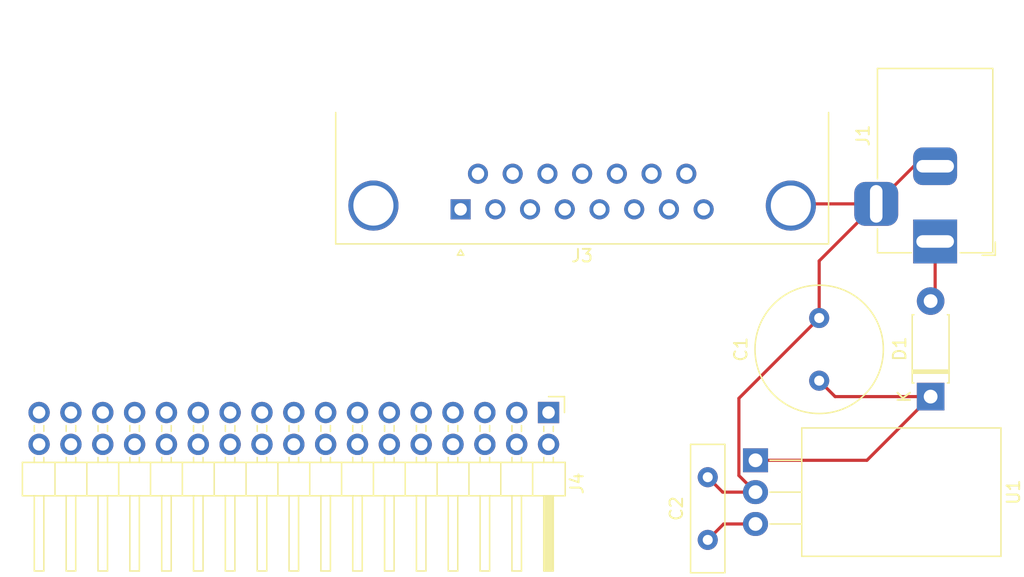
<source format=kicad_pcb>
(kicad_pcb (version 20171130) (host pcbnew "(5.1.6-0)")

  (general
    (thickness 1.6)
    (drawings 0)
    (tracks 19)
    (zones 0)
    (modules 7)
    (nets 25)
  )

  (page A4)
  (layers
    (0 F.Cu signal)
    (31 B.Cu signal)
    (32 B.Adhes user)
    (33 F.Adhes user)
    (34 B.Paste user)
    (35 F.Paste user)
    (36 B.SilkS user)
    (37 F.SilkS user)
    (38 B.Mask user)
    (39 F.Mask user)
    (40 Dwgs.User user)
    (41 Cmts.User user)
    (42 Eco1.User user)
    (43 Eco2.User user)
    (44 Edge.Cuts user)
    (45 Margin user)
    (46 B.CrtYd user)
    (47 F.CrtYd user)
    (48 B.Fab user)
    (49 F.Fab user)
  )

  (setup
    (last_trace_width 0.25)
    (trace_clearance 0.2)
    (zone_clearance 0.508)
    (zone_45_only no)
    (trace_min 0.2)
    (via_size 0.8)
    (via_drill 0.4)
    (via_min_size 0.4)
    (via_min_drill 0.3)
    (uvia_size 0.3)
    (uvia_drill 0.1)
    (uvias_allowed no)
    (uvia_min_size 0.2)
    (uvia_min_drill 0.1)
    (edge_width 0.05)
    (segment_width 0.2)
    (pcb_text_width 0.3)
    (pcb_text_size 1.5 1.5)
    (mod_edge_width 0.12)
    (mod_text_size 1 1)
    (mod_text_width 0.15)
    (pad_size 3.5 3.5)
    (pad_drill 3)
    (pad_to_mask_clearance 0.05)
    (aux_axis_origin 0 0)
    (visible_elements FFFFFF7F)
    (pcbplotparams
      (layerselection 0x010fc_ffffffff)
      (usegerberextensions false)
      (usegerberattributes true)
      (usegerberadvancedattributes true)
      (creategerberjobfile true)
      (excludeedgelayer true)
      (linewidth 0.100000)
      (plotframeref false)
      (viasonmask false)
      (mode 1)
      (useauxorigin false)
      (hpglpennumber 1)
      (hpglpenspeed 20)
      (hpglpendiameter 15.000000)
      (psnegative false)
      (psa4output false)
      (plotreference true)
      (plotvalue true)
      (plotinvisibletext false)
      (padsonsilk false)
      (subtractmaskfromsilk false)
      (outputformat 1)
      (mirror false)
      (drillshape 1)
      (scaleselection 1)
      (outputdirectory ""))
  )

  (net 0 "")
  (net 1 GND)
  (net 2 +12V)
  (net 3 +5V)
  (net 4 "Net-(D1-Pad2)")
  (net 5 "Net-(J3-Pad15)")
  (net 6 "Net-(J3-Pad14)")
  (net 7 "Net-(J3-Pad13)")
  (net 8 "Net-(J3-Pad12)")
  (net 9 "Net-(J3-Pad11)")
  (net 10 "Net-(J3-Pad10)")
  (net 11 "Net-(J3-Pad9)")
  (net 12 "Net-(J3-Pad8)")
  (net 13 "Net-(J3-Pad6)")
  (net 14 "Net-(J3-Pad5)")
  (net 15 "Net-(J3-Pad4)")
  (net 16 "Net-(J3-Pad2)")
  (net 17 "Net-(J3-Pad1)")
  (net 18 "Net-(J4-Pad34)")
  (net 19 "Net-(J4-Pad14)")
  (net 20 "Net-(J4-Pad12)")
  (net 21 "Net-(J4-Pad6)")
  (net 22 "Net-(J4-Pad4)")
  (net 23 "Net-(J4-Pad2)")
  (net 24 "Net-(J4-Pad1)")

  (net_class Default "This is the default net class."
    (clearance 0.2)
    (trace_width 0.25)
    (via_dia 0.8)
    (via_drill 0.4)
    (uvia_dia 0.3)
    (uvia_drill 0.1)
    (add_net +12V)
    (add_net +5V)
    (add_net GND)
    (add_net "Net-(D1-Pad2)")
    (add_net "Net-(J3-Pad1)")
    (add_net "Net-(J3-Pad10)")
    (add_net "Net-(J3-Pad11)")
    (add_net "Net-(J3-Pad12)")
    (add_net "Net-(J3-Pad13)")
    (add_net "Net-(J3-Pad14)")
    (add_net "Net-(J3-Pad15)")
    (add_net "Net-(J3-Pad2)")
    (add_net "Net-(J3-Pad4)")
    (add_net "Net-(J3-Pad5)")
    (add_net "Net-(J3-Pad6)")
    (add_net "Net-(J3-Pad8)")
    (add_net "Net-(J3-Pad9)")
    (add_net "Net-(J4-Pad1)")
    (add_net "Net-(J4-Pad12)")
    (add_net "Net-(J4-Pad14)")
    (add_net "Net-(J4-Pad2)")
    (add_net "Net-(J4-Pad34)")
    (add_net "Net-(J4-Pad4)")
    (add_net "Net-(J4-Pad6)")
  )

  (module Package_TO_SOT_THT:TO-220-3_Horizontal_TabDown (layer F.Cu) (tedit 5AC8BA0D) (tstamp 5FC47A26)
    (at 196.85 114.3 270)
    (descr "TO-220-3, Horizontal, RM 2.54mm, see https://www.vishay.com/docs/66542/to-220-1.pdf")
    (tags "TO-220-3 Horizontal RM 2.54mm")
    (path /5FC363E4)
    (fp_text reference U1 (at 2.54 -20.58 90) (layer F.SilkS)
      (effects (font (size 1 1) (thickness 0.15)))
    )
    (fp_text value L7805 (at 2.54 2 90) (layer F.Fab)
      (effects (font (size 1 1) (thickness 0.15)))
    )
    (fp_text user %R (at 2.54 -20.58 90) (layer F.Fab)
      (effects (font (size 1 1) (thickness 0.15)))
    )
    (fp_circle (center 2.54 -16.66) (end 4.39 -16.66) (layer F.Fab) (width 0.1))
    (fp_line (start -2.46 -13.06) (end -2.46 -19.46) (layer F.Fab) (width 0.1))
    (fp_line (start -2.46 -19.46) (end 7.54 -19.46) (layer F.Fab) (width 0.1))
    (fp_line (start 7.54 -19.46) (end 7.54 -13.06) (layer F.Fab) (width 0.1))
    (fp_line (start 7.54 -13.06) (end -2.46 -13.06) (layer F.Fab) (width 0.1))
    (fp_line (start -2.46 -3.81) (end -2.46 -13.06) (layer F.Fab) (width 0.1))
    (fp_line (start -2.46 -13.06) (end 7.54 -13.06) (layer F.Fab) (width 0.1))
    (fp_line (start 7.54 -13.06) (end 7.54 -3.81) (layer F.Fab) (width 0.1))
    (fp_line (start 7.54 -3.81) (end -2.46 -3.81) (layer F.Fab) (width 0.1))
    (fp_line (start 0 -3.81) (end 0 0) (layer F.Fab) (width 0.1))
    (fp_line (start 2.54 -3.81) (end 2.54 0) (layer F.Fab) (width 0.1))
    (fp_line (start 5.08 -3.81) (end 5.08 0) (layer F.Fab) (width 0.1))
    (fp_line (start -2.58 -3.69) (end 7.66 -3.69) (layer F.SilkS) (width 0.12))
    (fp_line (start -2.58 -19.58) (end 7.66 -19.58) (layer F.SilkS) (width 0.12))
    (fp_line (start -2.58 -19.58) (end -2.58 -3.69) (layer F.SilkS) (width 0.12))
    (fp_line (start 7.66 -19.58) (end 7.66 -3.69) (layer F.SilkS) (width 0.12))
    (fp_line (start 0 -3.69) (end 0 -1.15) (layer F.SilkS) (width 0.12))
    (fp_line (start 2.54 -3.69) (end 2.54 -1.15) (layer F.SilkS) (width 0.12))
    (fp_line (start 5.08 -3.69) (end 5.08 -1.15) (layer F.SilkS) (width 0.12))
    (fp_line (start -2.71 -19.71) (end -2.71 1.25) (layer F.CrtYd) (width 0.05))
    (fp_line (start -2.71 1.25) (end 7.79 1.25) (layer F.CrtYd) (width 0.05))
    (fp_line (start 7.79 1.25) (end 7.79 -19.71) (layer F.CrtYd) (width 0.05))
    (fp_line (start 7.79 -19.71) (end -2.71 -19.71) (layer F.CrtYd) (width 0.05))
    (pad 3 thru_hole oval (at 5.08 0 270) (size 1.905 2) (drill 1.1) (layers *.Cu *.Mask)
      (net 3 +5V))
    (pad 2 thru_hole oval (at 2.54 0 270) (size 1.905 2) (drill 1.1) (layers *.Cu *.Mask)
      (net 1 GND))
    (pad 1 thru_hole rect (at 0 0 270) (size 1.905 2) (drill 1.1) (layers *.Cu *.Mask)
      (net 2 +12V))
    (pad "" np_thru_hole oval (at 2.54 -16.66 270) (size 3.5 3.5) (drill 3.5) (layers *.Cu *.Mask))
    (model ${KISYS3DMOD}/Package_TO_SOT_THT.3dshapes/TO-220-3_Horizontal_TabDown.wrl
      (at (xyz 0 0 0))
      (scale (xyz 1 1 1))
      (rotate (xyz 0 0 0))
    )
  )

  (module Connector_PinHeader_2.54mm:PinHeader_2x17_P2.54mm_Horizontal (layer F.Cu) (tedit 59FED5CB) (tstamp 5FC47A06)
    (at 180.34 110.49 270)
    (descr "Through hole angled pin header, 2x17, 2.54mm pitch, 6mm pin length, double rows")
    (tags "Through hole angled pin header THT 2x17 2.54mm double row")
    (path /5FC468F3)
    (fp_text reference J4 (at 5.655 -2.27 90) (layer F.SilkS)
      (effects (font (size 1 1) (thickness 0.15)))
    )
    (fp_text value FLOPPY (at 5.655 42.91 90) (layer F.Fab)
      (effects (font (size 1 1) (thickness 0.15)))
    )
    (fp_text user %R (at 5.31 20.32) (layer F.Fab)
      (effects (font (size 1 1) (thickness 0.15)))
    )
    (fp_line (start 4.675 -1.27) (end 6.58 -1.27) (layer F.Fab) (width 0.1))
    (fp_line (start 6.58 -1.27) (end 6.58 41.91) (layer F.Fab) (width 0.1))
    (fp_line (start 6.58 41.91) (end 4.04 41.91) (layer F.Fab) (width 0.1))
    (fp_line (start 4.04 41.91) (end 4.04 -0.635) (layer F.Fab) (width 0.1))
    (fp_line (start 4.04 -0.635) (end 4.675 -1.27) (layer F.Fab) (width 0.1))
    (fp_line (start -0.32 -0.32) (end 4.04 -0.32) (layer F.Fab) (width 0.1))
    (fp_line (start -0.32 -0.32) (end -0.32 0.32) (layer F.Fab) (width 0.1))
    (fp_line (start -0.32 0.32) (end 4.04 0.32) (layer F.Fab) (width 0.1))
    (fp_line (start 6.58 -0.32) (end 12.58 -0.32) (layer F.Fab) (width 0.1))
    (fp_line (start 12.58 -0.32) (end 12.58 0.32) (layer F.Fab) (width 0.1))
    (fp_line (start 6.58 0.32) (end 12.58 0.32) (layer F.Fab) (width 0.1))
    (fp_line (start -0.32 2.22) (end 4.04 2.22) (layer F.Fab) (width 0.1))
    (fp_line (start -0.32 2.22) (end -0.32 2.86) (layer F.Fab) (width 0.1))
    (fp_line (start -0.32 2.86) (end 4.04 2.86) (layer F.Fab) (width 0.1))
    (fp_line (start 6.58 2.22) (end 12.58 2.22) (layer F.Fab) (width 0.1))
    (fp_line (start 12.58 2.22) (end 12.58 2.86) (layer F.Fab) (width 0.1))
    (fp_line (start 6.58 2.86) (end 12.58 2.86) (layer F.Fab) (width 0.1))
    (fp_line (start -0.32 4.76) (end 4.04 4.76) (layer F.Fab) (width 0.1))
    (fp_line (start -0.32 4.76) (end -0.32 5.4) (layer F.Fab) (width 0.1))
    (fp_line (start -0.32 5.4) (end 4.04 5.4) (layer F.Fab) (width 0.1))
    (fp_line (start 6.58 4.76) (end 12.58 4.76) (layer F.Fab) (width 0.1))
    (fp_line (start 12.58 4.76) (end 12.58 5.4) (layer F.Fab) (width 0.1))
    (fp_line (start 6.58 5.4) (end 12.58 5.4) (layer F.Fab) (width 0.1))
    (fp_line (start -0.32 7.3) (end 4.04 7.3) (layer F.Fab) (width 0.1))
    (fp_line (start -0.32 7.3) (end -0.32 7.94) (layer F.Fab) (width 0.1))
    (fp_line (start -0.32 7.94) (end 4.04 7.94) (layer F.Fab) (width 0.1))
    (fp_line (start 6.58 7.3) (end 12.58 7.3) (layer F.Fab) (width 0.1))
    (fp_line (start 12.58 7.3) (end 12.58 7.94) (layer F.Fab) (width 0.1))
    (fp_line (start 6.58 7.94) (end 12.58 7.94) (layer F.Fab) (width 0.1))
    (fp_line (start -0.32 9.84) (end 4.04 9.84) (layer F.Fab) (width 0.1))
    (fp_line (start -0.32 9.84) (end -0.32 10.48) (layer F.Fab) (width 0.1))
    (fp_line (start -0.32 10.48) (end 4.04 10.48) (layer F.Fab) (width 0.1))
    (fp_line (start 6.58 9.84) (end 12.58 9.84) (layer F.Fab) (width 0.1))
    (fp_line (start 12.58 9.84) (end 12.58 10.48) (layer F.Fab) (width 0.1))
    (fp_line (start 6.58 10.48) (end 12.58 10.48) (layer F.Fab) (width 0.1))
    (fp_line (start -0.32 12.38) (end 4.04 12.38) (layer F.Fab) (width 0.1))
    (fp_line (start -0.32 12.38) (end -0.32 13.02) (layer F.Fab) (width 0.1))
    (fp_line (start -0.32 13.02) (end 4.04 13.02) (layer F.Fab) (width 0.1))
    (fp_line (start 6.58 12.38) (end 12.58 12.38) (layer F.Fab) (width 0.1))
    (fp_line (start 12.58 12.38) (end 12.58 13.02) (layer F.Fab) (width 0.1))
    (fp_line (start 6.58 13.02) (end 12.58 13.02) (layer F.Fab) (width 0.1))
    (fp_line (start -0.32 14.92) (end 4.04 14.92) (layer F.Fab) (width 0.1))
    (fp_line (start -0.32 14.92) (end -0.32 15.56) (layer F.Fab) (width 0.1))
    (fp_line (start -0.32 15.56) (end 4.04 15.56) (layer F.Fab) (width 0.1))
    (fp_line (start 6.58 14.92) (end 12.58 14.92) (layer F.Fab) (width 0.1))
    (fp_line (start 12.58 14.92) (end 12.58 15.56) (layer F.Fab) (width 0.1))
    (fp_line (start 6.58 15.56) (end 12.58 15.56) (layer F.Fab) (width 0.1))
    (fp_line (start -0.32 17.46) (end 4.04 17.46) (layer F.Fab) (width 0.1))
    (fp_line (start -0.32 17.46) (end -0.32 18.1) (layer F.Fab) (width 0.1))
    (fp_line (start -0.32 18.1) (end 4.04 18.1) (layer F.Fab) (width 0.1))
    (fp_line (start 6.58 17.46) (end 12.58 17.46) (layer F.Fab) (width 0.1))
    (fp_line (start 12.58 17.46) (end 12.58 18.1) (layer F.Fab) (width 0.1))
    (fp_line (start 6.58 18.1) (end 12.58 18.1) (layer F.Fab) (width 0.1))
    (fp_line (start -0.32 20) (end 4.04 20) (layer F.Fab) (width 0.1))
    (fp_line (start -0.32 20) (end -0.32 20.64) (layer F.Fab) (width 0.1))
    (fp_line (start -0.32 20.64) (end 4.04 20.64) (layer F.Fab) (width 0.1))
    (fp_line (start 6.58 20) (end 12.58 20) (layer F.Fab) (width 0.1))
    (fp_line (start 12.58 20) (end 12.58 20.64) (layer F.Fab) (width 0.1))
    (fp_line (start 6.58 20.64) (end 12.58 20.64) (layer F.Fab) (width 0.1))
    (fp_line (start -0.32 22.54) (end 4.04 22.54) (layer F.Fab) (width 0.1))
    (fp_line (start -0.32 22.54) (end -0.32 23.18) (layer F.Fab) (width 0.1))
    (fp_line (start -0.32 23.18) (end 4.04 23.18) (layer F.Fab) (width 0.1))
    (fp_line (start 6.58 22.54) (end 12.58 22.54) (layer F.Fab) (width 0.1))
    (fp_line (start 12.58 22.54) (end 12.58 23.18) (layer F.Fab) (width 0.1))
    (fp_line (start 6.58 23.18) (end 12.58 23.18) (layer F.Fab) (width 0.1))
    (fp_line (start -0.32 25.08) (end 4.04 25.08) (layer F.Fab) (width 0.1))
    (fp_line (start -0.32 25.08) (end -0.32 25.72) (layer F.Fab) (width 0.1))
    (fp_line (start -0.32 25.72) (end 4.04 25.72) (layer F.Fab) (width 0.1))
    (fp_line (start 6.58 25.08) (end 12.58 25.08) (layer F.Fab) (width 0.1))
    (fp_line (start 12.58 25.08) (end 12.58 25.72) (layer F.Fab) (width 0.1))
    (fp_line (start 6.58 25.72) (end 12.58 25.72) (layer F.Fab) (width 0.1))
    (fp_line (start -0.32 27.62) (end 4.04 27.62) (layer F.Fab) (width 0.1))
    (fp_line (start -0.32 27.62) (end -0.32 28.26) (layer F.Fab) (width 0.1))
    (fp_line (start -0.32 28.26) (end 4.04 28.26) (layer F.Fab) (width 0.1))
    (fp_line (start 6.58 27.62) (end 12.58 27.62) (layer F.Fab) (width 0.1))
    (fp_line (start 12.58 27.62) (end 12.58 28.26) (layer F.Fab) (width 0.1))
    (fp_line (start 6.58 28.26) (end 12.58 28.26) (layer F.Fab) (width 0.1))
    (fp_line (start -0.32 30.16) (end 4.04 30.16) (layer F.Fab) (width 0.1))
    (fp_line (start -0.32 30.16) (end -0.32 30.8) (layer F.Fab) (width 0.1))
    (fp_line (start -0.32 30.8) (end 4.04 30.8) (layer F.Fab) (width 0.1))
    (fp_line (start 6.58 30.16) (end 12.58 30.16) (layer F.Fab) (width 0.1))
    (fp_line (start 12.58 30.16) (end 12.58 30.8) (layer F.Fab) (width 0.1))
    (fp_line (start 6.58 30.8) (end 12.58 30.8) (layer F.Fab) (width 0.1))
    (fp_line (start -0.32 32.7) (end 4.04 32.7) (layer F.Fab) (width 0.1))
    (fp_line (start -0.32 32.7) (end -0.32 33.34) (layer F.Fab) (width 0.1))
    (fp_line (start -0.32 33.34) (end 4.04 33.34) (layer F.Fab) (width 0.1))
    (fp_line (start 6.58 32.7) (end 12.58 32.7) (layer F.Fab) (width 0.1))
    (fp_line (start 12.58 32.7) (end 12.58 33.34) (layer F.Fab) (width 0.1))
    (fp_line (start 6.58 33.34) (end 12.58 33.34) (layer F.Fab) (width 0.1))
    (fp_line (start -0.32 35.24) (end 4.04 35.24) (layer F.Fab) (width 0.1))
    (fp_line (start -0.32 35.24) (end -0.32 35.88) (layer F.Fab) (width 0.1))
    (fp_line (start -0.32 35.88) (end 4.04 35.88) (layer F.Fab) (width 0.1))
    (fp_line (start 6.58 35.24) (end 12.58 35.24) (layer F.Fab) (width 0.1))
    (fp_line (start 12.58 35.24) (end 12.58 35.88) (layer F.Fab) (width 0.1))
    (fp_line (start 6.58 35.88) (end 12.58 35.88) (layer F.Fab) (width 0.1))
    (fp_line (start -0.32 37.78) (end 4.04 37.78) (layer F.Fab) (width 0.1))
    (fp_line (start -0.32 37.78) (end -0.32 38.42) (layer F.Fab) (width 0.1))
    (fp_line (start -0.32 38.42) (end 4.04 38.42) (layer F.Fab) (width 0.1))
    (fp_line (start 6.58 37.78) (end 12.58 37.78) (layer F.Fab) (width 0.1))
    (fp_line (start 12.58 37.78) (end 12.58 38.42) (layer F.Fab) (width 0.1))
    (fp_line (start 6.58 38.42) (end 12.58 38.42) (layer F.Fab) (width 0.1))
    (fp_line (start -0.32 40.32) (end 4.04 40.32) (layer F.Fab) (width 0.1))
    (fp_line (start -0.32 40.32) (end -0.32 40.96) (layer F.Fab) (width 0.1))
    (fp_line (start -0.32 40.96) (end 4.04 40.96) (layer F.Fab) (width 0.1))
    (fp_line (start 6.58 40.32) (end 12.58 40.32) (layer F.Fab) (width 0.1))
    (fp_line (start 12.58 40.32) (end 12.58 40.96) (layer F.Fab) (width 0.1))
    (fp_line (start 6.58 40.96) (end 12.58 40.96) (layer F.Fab) (width 0.1))
    (fp_line (start 3.98 -1.33) (end 3.98 41.97) (layer F.SilkS) (width 0.12))
    (fp_line (start 3.98 41.97) (end 6.64 41.97) (layer F.SilkS) (width 0.12))
    (fp_line (start 6.64 41.97) (end 6.64 -1.33) (layer F.SilkS) (width 0.12))
    (fp_line (start 6.64 -1.33) (end 3.98 -1.33) (layer F.SilkS) (width 0.12))
    (fp_line (start 6.64 -0.38) (end 12.64 -0.38) (layer F.SilkS) (width 0.12))
    (fp_line (start 12.64 -0.38) (end 12.64 0.38) (layer F.SilkS) (width 0.12))
    (fp_line (start 12.64 0.38) (end 6.64 0.38) (layer F.SilkS) (width 0.12))
    (fp_line (start 6.64 -0.32) (end 12.64 -0.32) (layer F.SilkS) (width 0.12))
    (fp_line (start 6.64 -0.2) (end 12.64 -0.2) (layer F.SilkS) (width 0.12))
    (fp_line (start 6.64 -0.08) (end 12.64 -0.08) (layer F.SilkS) (width 0.12))
    (fp_line (start 6.64 0.04) (end 12.64 0.04) (layer F.SilkS) (width 0.12))
    (fp_line (start 6.64 0.16) (end 12.64 0.16) (layer F.SilkS) (width 0.12))
    (fp_line (start 6.64 0.28) (end 12.64 0.28) (layer F.SilkS) (width 0.12))
    (fp_line (start 3.582929 -0.38) (end 3.98 -0.38) (layer F.SilkS) (width 0.12))
    (fp_line (start 3.582929 0.38) (end 3.98 0.38) (layer F.SilkS) (width 0.12))
    (fp_line (start 1.11 -0.38) (end 1.497071 -0.38) (layer F.SilkS) (width 0.12))
    (fp_line (start 1.11 0.38) (end 1.497071 0.38) (layer F.SilkS) (width 0.12))
    (fp_line (start 3.98 1.27) (end 6.64 1.27) (layer F.SilkS) (width 0.12))
    (fp_line (start 6.64 2.16) (end 12.64 2.16) (layer F.SilkS) (width 0.12))
    (fp_line (start 12.64 2.16) (end 12.64 2.92) (layer F.SilkS) (width 0.12))
    (fp_line (start 12.64 2.92) (end 6.64 2.92) (layer F.SilkS) (width 0.12))
    (fp_line (start 3.582929 2.16) (end 3.98 2.16) (layer F.SilkS) (width 0.12))
    (fp_line (start 3.582929 2.92) (end 3.98 2.92) (layer F.SilkS) (width 0.12))
    (fp_line (start 1.042929 2.16) (end 1.497071 2.16) (layer F.SilkS) (width 0.12))
    (fp_line (start 1.042929 2.92) (end 1.497071 2.92) (layer F.SilkS) (width 0.12))
    (fp_line (start 3.98 3.81) (end 6.64 3.81) (layer F.SilkS) (width 0.12))
    (fp_line (start 6.64 4.7) (end 12.64 4.7) (layer F.SilkS) (width 0.12))
    (fp_line (start 12.64 4.7) (end 12.64 5.46) (layer F.SilkS) (width 0.12))
    (fp_line (start 12.64 5.46) (end 6.64 5.46) (layer F.SilkS) (width 0.12))
    (fp_line (start 3.582929 4.7) (end 3.98 4.7) (layer F.SilkS) (width 0.12))
    (fp_line (start 3.582929 5.46) (end 3.98 5.46) (layer F.SilkS) (width 0.12))
    (fp_line (start 1.042929 4.7) (end 1.497071 4.7) (layer F.SilkS) (width 0.12))
    (fp_line (start 1.042929 5.46) (end 1.497071 5.46) (layer F.SilkS) (width 0.12))
    (fp_line (start 3.98 6.35) (end 6.64 6.35) (layer F.SilkS) (width 0.12))
    (fp_line (start 6.64 7.24) (end 12.64 7.24) (layer F.SilkS) (width 0.12))
    (fp_line (start 12.64 7.24) (end 12.64 8) (layer F.SilkS) (width 0.12))
    (fp_line (start 12.64 8) (end 6.64 8) (layer F.SilkS) (width 0.12))
    (fp_line (start 3.582929 7.24) (end 3.98 7.24) (layer F.SilkS) (width 0.12))
    (fp_line (start 3.582929 8) (end 3.98 8) (layer F.SilkS) (width 0.12))
    (fp_line (start 1.042929 7.24) (end 1.497071 7.24) (layer F.SilkS) (width 0.12))
    (fp_line (start 1.042929 8) (end 1.497071 8) (layer F.SilkS) (width 0.12))
    (fp_line (start 3.98 8.89) (end 6.64 8.89) (layer F.SilkS) (width 0.12))
    (fp_line (start 6.64 9.78) (end 12.64 9.78) (layer F.SilkS) (width 0.12))
    (fp_line (start 12.64 9.78) (end 12.64 10.54) (layer F.SilkS) (width 0.12))
    (fp_line (start 12.64 10.54) (end 6.64 10.54) (layer F.SilkS) (width 0.12))
    (fp_line (start 3.582929 9.78) (end 3.98 9.78) (layer F.SilkS) (width 0.12))
    (fp_line (start 3.582929 10.54) (end 3.98 10.54) (layer F.SilkS) (width 0.12))
    (fp_line (start 1.042929 9.78) (end 1.497071 9.78) (layer F.SilkS) (width 0.12))
    (fp_line (start 1.042929 10.54) (end 1.497071 10.54) (layer F.SilkS) (width 0.12))
    (fp_line (start 3.98 11.43) (end 6.64 11.43) (layer F.SilkS) (width 0.12))
    (fp_line (start 6.64 12.32) (end 12.64 12.32) (layer F.SilkS) (width 0.12))
    (fp_line (start 12.64 12.32) (end 12.64 13.08) (layer F.SilkS) (width 0.12))
    (fp_line (start 12.64 13.08) (end 6.64 13.08) (layer F.SilkS) (width 0.12))
    (fp_line (start 3.582929 12.32) (end 3.98 12.32) (layer F.SilkS) (width 0.12))
    (fp_line (start 3.582929 13.08) (end 3.98 13.08) (layer F.SilkS) (width 0.12))
    (fp_line (start 1.042929 12.32) (end 1.497071 12.32) (layer F.SilkS) (width 0.12))
    (fp_line (start 1.042929 13.08) (end 1.497071 13.08) (layer F.SilkS) (width 0.12))
    (fp_line (start 3.98 13.97) (end 6.64 13.97) (layer F.SilkS) (width 0.12))
    (fp_line (start 6.64 14.86) (end 12.64 14.86) (layer F.SilkS) (width 0.12))
    (fp_line (start 12.64 14.86) (end 12.64 15.62) (layer F.SilkS) (width 0.12))
    (fp_line (start 12.64 15.62) (end 6.64 15.62) (layer F.SilkS) (width 0.12))
    (fp_line (start 3.582929 14.86) (end 3.98 14.86) (layer F.SilkS) (width 0.12))
    (fp_line (start 3.582929 15.62) (end 3.98 15.62) (layer F.SilkS) (width 0.12))
    (fp_line (start 1.042929 14.86) (end 1.497071 14.86) (layer F.SilkS) (width 0.12))
    (fp_line (start 1.042929 15.62) (end 1.497071 15.62) (layer F.SilkS) (width 0.12))
    (fp_line (start 3.98 16.51) (end 6.64 16.51) (layer F.SilkS) (width 0.12))
    (fp_line (start 6.64 17.4) (end 12.64 17.4) (layer F.SilkS) (width 0.12))
    (fp_line (start 12.64 17.4) (end 12.64 18.16) (layer F.SilkS) (width 0.12))
    (fp_line (start 12.64 18.16) (end 6.64 18.16) (layer F.SilkS) (width 0.12))
    (fp_line (start 3.582929 17.4) (end 3.98 17.4) (layer F.SilkS) (width 0.12))
    (fp_line (start 3.582929 18.16) (end 3.98 18.16) (layer F.SilkS) (width 0.12))
    (fp_line (start 1.042929 17.4) (end 1.497071 17.4) (layer F.SilkS) (width 0.12))
    (fp_line (start 1.042929 18.16) (end 1.497071 18.16) (layer F.SilkS) (width 0.12))
    (fp_line (start 3.98 19.05) (end 6.64 19.05) (layer F.SilkS) (width 0.12))
    (fp_line (start 6.64 19.94) (end 12.64 19.94) (layer F.SilkS) (width 0.12))
    (fp_line (start 12.64 19.94) (end 12.64 20.7) (layer F.SilkS) (width 0.12))
    (fp_line (start 12.64 20.7) (end 6.64 20.7) (layer F.SilkS) (width 0.12))
    (fp_line (start 3.582929 19.94) (end 3.98 19.94) (layer F.SilkS) (width 0.12))
    (fp_line (start 3.582929 20.7) (end 3.98 20.7) (layer F.SilkS) (width 0.12))
    (fp_line (start 1.042929 19.94) (end 1.497071 19.94) (layer F.SilkS) (width 0.12))
    (fp_line (start 1.042929 20.7) (end 1.497071 20.7) (layer F.SilkS) (width 0.12))
    (fp_line (start 3.98 21.59) (end 6.64 21.59) (layer F.SilkS) (width 0.12))
    (fp_line (start 6.64 22.48) (end 12.64 22.48) (layer F.SilkS) (width 0.12))
    (fp_line (start 12.64 22.48) (end 12.64 23.24) (layer F.SilkS) (width 0.12))
    (fp_line (start 12.64 23.24) (end 6.64 23.24) (layer F.SilkS) (width 0.12))
    (fp_line (start 3.582929 22.48) (end 3.98 22.48) (layer F.SilkS) (width 0.12))
    (fp_line (start 3.582929 23.24) (end 3.98 23.24) (layer F.SilkS) (width 0.12))
    (fp_line (start 1.042929 22.48) (end 1.497071 22.48) (layer F.SilkS) (width 0.12))
    (fp_line (start 1.042929 23.24) (end 1.497071 23.24) (layer F.SilkS) (width 0.12))
    (fp_line (start 3.98 24.13) (end 6.64 24.13) (layer F.SilkS) (width 0.12))
    (fp_line (start 6.64 25.02) (end 12.64 25.02) (layer F.SilkS) (width 0.12))
    (fp_line (start 12.64 25.02) (end 12.64 25.78) (layer F.SilkS) (width 0.12))
    (fp_line (start 12.64 25.78) (end 6.64 25.78) (layer F.SilkS) (width 0.12))
    (fp_line (start 3.582929 25.02) (end 3.98 25.02) (layer F.SilkS) (width 0.12))
    (fp_line (start 3.582929 25.78) (end 3.98 25.78) (layer F.SilkS) (width 0.12))
    (fp_line (start 1.042929 25.02) (end 1.497071 25.02) (layer F.SilkS) (width 0.12))
    (fp_line (start 1.042929 25.78) (end 1.497071 25.78) (layer F.SilkS) (width 0.12))
    (fp_line (start 3.98 26.67) (end 6.64 26.67) (layer F.SilkS) (width 0.12))
    (fp_line (start 6.64 27.56) (end 12.64 27.56) (layer F.SilkS) (width 0.12))
    (fp_line (start 12.64 27.56) (end 12.64 28.32) (layer F.SilkS) (width 0.12))
    (fp_line (start 12.64 28.32) (end 6.64 28.32) (layer F.SilkS) (width 0.12))
    (fp_line (start 3.582929 27.56) (end 3.98 27.56) (layer F.SilkS) (width 0.12))
    (fp_line (start 3.582929 28.32) (end 3.98 28.32) (layer F.SilkS) (width 0.12))
    (fp_line (start 1.042929 27.56) (end 1.497071 27.56) (layer F.SilkS) (width 0.12))
    (fp_line (start 1.042929 28.32) (end 1.497071 28.32) (layer F.SilkS) (width 0.12))
    (fp_line (start 3.98 29.21) (end 6.64 29.21) (layer F.SilkS) (width 0.12))
    (fp_line (start 6.64 30.1) (end 12.64 30.1) (layer F.SilkS) (width 0.12))
    (fp_line (start 12.64 30.1) (end 12.64 30.86) (layer F.SilkS) (width 0.12))
    (fp_line (start 12.64 30.86) (end 6.64 30.86) (layer F.SilkS) (width 0.12))
    (fp_line (start 3.582929 30.1) (end 3.98 30.1) (layer F.SilkS) (width 0.12))
    (fp_line (start 3.582929 30.86) (end 3.98 30.86) (layer F.SilkS) (width 0.12))
    (fp_line (start 1.042929 30.1) (end 1.497071 30.1) (layer F.SilkS) (width 0.12))
    (fp_line (start 1.042929 30.86) (end 1.497071 30.86) (layer F.SilkS) (width 0.12))
    (fp_line (start 3.98 31.75) (end 6.64 31.75) (layer F.SilkS) (width 0.12))
    (fp_line (start 6.64 32.64) (end 12.64 32.64) (layer F.SilkS) (width 0.12))
    (fp_line (start 12.64 32.64) (end 12.64 33.4) (layer F.SilkS) (width 0.12))
    (fp_line (start 12.64 33.4) (end 6.64 33.4) (layer F.SilkS) (width 0.12))
    (fp_line (start 3.582929 32.64) (end 3.98 32.64) (layer F.SilkS) (width 0.12))
    (fp_line (start 3.582929 33.4) (end 3.98 33.4) (layer F.SilkS) (width 0.12))
    (fp_line (start 1.042929 32.64) (end 1.497071 32.64) (layer F.SilkS) (width 0.12))
    (fp_line (start 1.042929 33.4) (end 1.497071 33.4) (layer F.SilkS) (width 0.12))
    (fp_line (start 3.98 34.29) (end 6.64 34.29) (layer F.SilkS) (width 0.12))
    (fp_line (start 6.64 35.18) (end 12.64 35.18) (layer F.SilkS) (width 0.12))
    (fp_line (start 12.64 35.18) (end 12.64 35.94) (layer F.SilkS) (width 0.12))
    (fp_line (start 12.64 35.94) (end 6.64 35.94) (layer F.SilkS) (width 0.12))
    (fp_line (start 3.582929 35.18) (end 3.98 35.18) (layer F.SilkS) (width 0.12))
    (fp_line (start 3.582929 35.94) (end 3.98 35.94) (layer F.SilkS) (width 0.12))
    (fp_line (start 1.042929 35.18) (end 1.497071 35.18) (layer F.SilkS) (width 0.12))
    (fp_line (start 1.042929 35.94) (end 1.497071 35.94) (layer F.SilkS) (width 0.12))
    (fp_line (start 3.98 36.83) (end 6.64 36.83) (layer F.SilkS) (width 0.12))
    (fp_line (start 6.64 37.72) (end 12.64 37.72) (layer F.SilkS) (width 0.12))
    (fp_line (start 12.64 37.72) (end 12.64 38.48) (layer F.SilkS) (width 0.12))
    (fp_line (start 12.64 38.48) (end 6.64 38.48) (layer F.SilkS) (width 0.12))
    (fp_line (start 3.582929 37.72) (end 3.98 37.72) (layer F.SilkS) (width 0.12))
    (fp_line (start 3.582929 38.48) (end 3.98 38.48) (layer F.SilkS) (width 0.12))
    (fp_line (start 1.042929 37.72) (end 1.497071 37.72) (layer F.SilkS) (width 0.12))
    (fp_line (start 1.042929 38.48) (end 1.497071 38.48) (layer F.SilkS) (width 0.12))
    (fp_line (start 3.98 39.37) (end 6.64 39.37) (layer F.SilkS) (width 0.12))
    (fp_line (start 6.64 40.26) (end 12.64 40.26) (layer F.SilkS) (width 0.12))
    (fp_line (start 12.64 40.26) (end 12.64 41.02) (layer F.SilkS) (width 0.12))
    (fp_line (start 12.64 41.02) (end 6.64 41.02) (layer F.SilkS) (width 0.12))
    (fp_line (start 3.582929 40.26) (end 3.98 40.26) (layer F.SilkS) (width 0.12))
    (fp_line (start 3.582929 41.02) (end 3.98 41.02) (layer F.SilkS) (width 0.12))
    (fp_line (start 1.042929 40.26) (end 1.497071 40.26) (layer F.SilkS) (width 0.12))
    (fp_line (start 1.042929 41.02) (end 1.497071 41.02) (layer F.SilkS) (width 0.12))
    (fp_line (start -1.27 0) (end -1.27 -1.27) (layer F.SilkS) (width 0.12))
    (fp_line (start -1.27 -1.27) (end 0 -1.27) (layer F.SilkS) (width 0.12))
    (fp_line (start -1.8 -1.8) (end -1.8 42.45) (layer F.CrtYd) (width 0.05))
    (fp_line (start -1.8 42.45) (end 13.1 42.45) (layer F.CrtYd) (width 0.05))
    (fp_line (start 13.1 42.45) (end 13.1 -1.8) (layer F.CrtYd) (width 0.05))
    (fp_line (start 13.1 -1.8) (end -1.8 -1.8) (layer F.CrtYd) (width 0.05))
    (pad 34 thru_hole oval (at 2.54 40.64 270) (size 1.7 1.7) (drill 1) (layers *.Cu *.Mask)
      (net 18 "Net-(J4-Pad34)"))
    (pad 33 thru_hole oval (at 0 40.64 270) (size 1.7 1.7) (drill 1) (layers *.Cu *.Mask)
      (net 1 GND))
    (pad 32 thru_hole oval (at 2.54 38.1 270) (size 1.7 1.7) (drill 1) (layers *.Cu *.Mask)
      (net 16 "Net-(J3-Pad2)"))
    (pad 31 thru_hole oval (at 0 38.1 270) (size 1.7 1.7) (drill 1) (layers *.Cu *.Mask)
      (net 1 GND))
    (pad 30 thru_hole oval (at 2.54 35.56 270) (size 1.7 1.7) (drill 1) (layers *.Cu *.Mask)
      (net 17 "Net-(J3-Pad1)"))
    (pad 29 thru_hole oval (at 0 35.56 270) (size 1.7 1.7) (drill 1) (layers *.Cu *.Mask)
      (net 1 GND))
    (pad 28 thru_hole oval (at 2.54 33.02 270) (size 1.7 1.7) (drill 1) (layers *.Cu *.Mask)
      (net 6 "Net-(J3-Pad14)"))
    (pad 27 thru_hole oval (at 0 33.02 270) (size 1.7 1.7) (drill 1) (layers *.Cu *.Mask)
      (net 1 GND))
    (pad 26 thru_hole oval (at 2.54 30.48 270) (size 1.7 1.7) (drill 1) (layers *.Cu *.Mask)
      (net 7 "Net-(J3-Pad13)"))
    (pad 25 thru_hole oval (at 0 30.48 270) (size 1.7 1.7) (drill 1) (layers *.Cu *.Mask)
      (net 1 GND))
    (pad 24 thru_hole oval (at 2.54 27.94 270) (size 1.7 1.7) (drill 1) (layers *.Cu *.Mask)
      (net 8 "Net-(J3-Pad12)"))
    (pad 23 thru_hole oval (at 0 27.94 270) (size 1.7 1.7) (drill 1) (layers *.Cu *.Mask)
      (net 1 GND))
    (pad 22 thru_hole oval (at 2.54 25.4 270) (size 1.7 1.7) (drill 1) (layers *.Cu *.Mask)
      (net 9 "Net-(J3-Pad11)"))
    (pad 21 thru_hole oval (at 0 25.4 270) (size 1.7 1.7) (drill 1) (layers *.Cu *.Mask)
      (net 1 GND))
    (pad 20 thru_hole oval (at 2.54 22.86 270) (size 1.7 1.7) (drill 1) (layers *.Cu *.Mask)
      (net 10 "Net-(J3-Pad10)"))
    (pad 19 thru_hole oval (at 0 22.86 270) (size 1.7 1.7) (drill 1) (layers *.Cu *.Mask)
      (net 1 GND))
    (pad 18 thru_hole oval (at 2.54 20.32 270) (size 1.7 1.7) (drill 1) (layers *.Cu *.Mask)
      (net 11 "Net-(J3-Pad9)"))
    (pad 17 thru_hole oval (at 0 20.32 270) (size 1.7 1.7) (drill 1) (layers *.Cu *.Mask)
      (net 1 GND))
    (pad 16 thru_hole oval (at 2.54 17.78 270) (size 1.7 1.7) (drill 1) (layers *.Cu *.Mask)
      (net 12 "Net-(J3-Pad8)"))
    (pad 15 thru_hole oval (at 0 17.78 270) (size 1.7 1.7) (drill 1) (layers *.Cu *.Mask)
      (net 1 GND))
    (pad 14 thru_hole oval (at 2.54 15.24 270) (size 1.7 1.7) (drill 1) (layers *.Cu *.Mask)
      (net 19 "Net-(J4-Pad14)"))
    (pad 13 thru_hole oval (at 0 15.24 270) (size 1.7 1.7) (drill 1) (layers *.Cu *.Mask)
      (net 1 GND))
    (pad 12 thru_hole oval (at 2.54 12.7 270) (size 1.7 1.7) (drill 1) (layers *.Cu *.Mask)
      (net 20 "Net-(J4-Pad12)"))
    (pad 11 thru_hole oval (at 0 12.7 270) (size 1.7 1.7) (drill 1) (layers *.Cu *.Mask)
      (net 1 GND))
    (pad 10 thru_hole oval (at 2.54 10.16 270) (size 1.7 1.7) (drill 1) (layers *.Cu *.Mask)
      (net 14 "Net-(J3-Pad5)"))
    (pad 9 thru_hole oval (at 0 10.16 270) (size 1.7 1.7) (drill 1) (layers *.Cu *.Mask)
      (net 1 GND))
    (pad 8 thru_hole oval (at 2.54 7.62 270) (size 1.7 1.7) (drill 1) (layers *.Cu *.Mask)
      (net 15 "Net-(J3-Pad4)"))
    (pad 7 thru_hole oval (at 0 7.62 270) (size 1.7 1.7) (drill 1) (layers *.Cu *.Mask)
      (net 1 GND))
    (pad 6 thru_hole oval (at 2.54 5.08 270) (size 1.7 1.7) (drill 1) (layers *.Cu *.Mask)
      (net 21 "Net-(J4-Pad6)"))
    (pad 5 thru_hole oval (at 0 5.08 270) (size 1.7 1.7) (drill 1) (layers *.Cu *.Mask)
      (net 1 GND))
    (pad 4 thru_hole oval (at 2.54 2.54 270) (size 1.7 1.7) (drill 1) (layers *.Cu *.Mask)
      (net 22 "Net-(J4-Pad4)"))
    (pad 3 thru_hole oval (at 0 2.54 270) (size 1.7 1.7) (drill 1) (layers *.Cu *.Mask)
      (net 1 GND))
    (pad 2 thru_hole oval (at 2.54 0 270) (size 1.7 1.7) (drill 1) (layers *.Cu *.Mask)
      (net 23 "Net-(J4-Pad2)"))
    (pad 1 thru_hole rect (at 0 0 270) (size 1.7 1.7) (drill 1) (layers *.Cu *.Mask)
      (net 24 "Net-(J4-Pad1)"))
    (model ${KISYS3DMOD}/Connector_PinHeader_2.54mm.3dshapes/PinHeader_2x17_P2.54mm_Horizontal.wrl
      (at (xyz 0 0 0))
      (scale (xyz 1 1 1))
      (rotate (xyz 0 0 0))
    )
  )

  (module Connector_Dsub:DSUB-15_Female_Horizontal_P2.77x2.84mm_EdgePinOffset4.94mm_Housed_MountingHolesOffset7.48mm (layer F.Cu) (tedit 59FEDEE2) (tstamp 5FC48681)
    (at 173.325 94.28 180)
    (descr "15-pin D-Sub connector, horizontal/angled (90 deg), THT-mount, female, pitch 2.77x2.84mm, pin-PCB-offset 4.9399999999999995mm, distance of mounting holes 33.3mm, distance of mounting holes to PCB edge 7.4799999999999995mm, see https://disti-assets.s3.amazonaws.com/tonar/files/datasheets/16730.pdf")
    (tags "15-pin D-Sub connector horizontal angled 90deg THT female pitch 2.77x2.84mm pin-PCB-offset 4.9399999999999995mm mounting-holes-distance 33.3mm mounting-hole-offset 33.3mm")
    (path /5FC416BA)
    (fp_text reference J3 (at -9.695 -3.7) (layer F.SilkS)
      (effects (font (size 1 1) (thickness 0.15)))
    )
    (fp_text value DATA_IN (at -9.695 15.85) (layer F.Fab)
      (effects (font (size 1 1) (thickness 0.15)))
    )
    (fp_text user %R (at -9.695 11.265) (layer F.Fab)
      (effects (font (size 1 1) (thickness 0.15)))
    )
    (fp_arc (start 6.955 0.3) (end 5.355 0.3) (angle 180) (layer F.Fab) (width 0.1))
    (fp_arc (start -26.345 0.3) (end -27.945 0.3) (angle 180) (layer F.Fab) (width 0.1))
    (fp_line (start -29.295 -2.7) (end -29.295 7.78) (layer F.Fab) (width 0.1))
    (fp_line (start -29.295 7.78) (end 9.905 7.78) (layer F.Fab) (width 0.1))
    (fp_line (start 9.905 7.78) (end 9.905 -2.7) (layer F.Fab) (width 0.1))
    (fp_line (start 9.905 -2.7) (end -29.295 -2.7) (layer F.Fab) (width 0.1))
    (fp_line (start -29.295 7.78) (end -29.295 8.18) (layer F.Fab) (width 0.1))
    (fp_line (start -29.295 8.18) (end 9.905 8.18) (layer F.Fab) (width 0.1))
    (fp_line (start 9.905 8.18) (end 9.905 7.78) (layer F.Fab) (width 0.1))
    (fp_line (start 9.905 7.78) (end -29.295 7.78) (layer F.Fab) (width 0.1))
    (fp_line (start -21.995 8.18) (end -21.995 14.35) (layer F.Fab) (width 0.1))
    (fp_line (start -21.995 14.35) (end 2.605 14.35) (layer F.Fab) (width 0.1))
    (fp_line (start 2.605 14.35) (end 2.605 8.18) (layer F.Fab) (width 0.1))
    (fp_line (start 2.605 8.18) (end -21.995 8.18) (layer F.Fab) (width 0.1))
    (fp_line (start -28.845 8.18) (end -28.845 13.18) (layer F.Fab) (width 0.1))
    (fp_line (start -28.845 13.18) (end -23.845 13.18) (layer F.Fab) (width 0.1))
    (fp_line (start -23.845 13.18) (end -23.845 8.18) (layer F.Fab) (width 0.1))
    (fp_line (start -23.845 8.18) (end -28.845 8.18) (layer F.Fab) (width 0.1))
    (fp_line (start 4.455 8.18) (end 4.455 13.18) (layer F.Fab) (width 0.1))
    (fp_line (start 4.455 13.18) (end 9.455 13.18) (layer F.Fab) (width 0.1))
    (fp_line (start 9.455 13.18) (end 9.455 8.18) (layer F.Fab) (width 0.1))
    (fp_line (start 9.455 8.18) (end 4.455 8.18) (layer F.Fab) (width 0.1))
    (fp_line (start -27.945 7.78) (end -27.945 0.3) (layer F.Fab) (width 0.1))
    (fp_line (start -24.745 7.78) (end -24.745 0.3) (layer F.Fab) (width 0.1))
    (fp_line (start 5.355 7.78) (end 5.355 0.3) (layer F.Fab) (width 0.1))
    (fp_line (start 8.555 7.78) (end 8.555 0.3) (layer F.Fab) (width 0.1))
    (fp_line (start -29.355 7.72) (end -29.355 -2.76) (layer F.SilkS) (width 0.12))
    (fp_line (start -29.355 -2.76) (end 9.965 -2.76) (layer F.SilkS) (width 0.12))
    (fp_line (start 9.965 -2.76) (end 9.965 7.72) (layer F.SilkS) (width 0.12))
    (fp_line (start -0.25 -3.654338) (end 0.25 -3.654338) (layer F.SilkS) (width 0.12))
    (fp_line (start 0.25 -3.654338) (end 0 -3.221325) (layer F.SilkS) (width 0.12))
    (fp_line (start 0 -3.221325) (end -0.25 -3.654338) (layer F.SilkS) (width 0.12))
    (fp_line (start -29.8 -3.25) (end -29.8 14.85) (layer F.CrtYd) (width 0.05))
    (fp_line (start -29.8 14.85) (end 10.45 14.85) (layer F.CrtYd) (width 0.05))
    (fp_line (start 10.45 14.85) (end 10.45 -3.25) (layer F.CrtYd) (width 0.05))
    (fp_line (start 10.45 -3.25) (end -29.8 -3.25) (layer F.CrtYd) (width 0.05))
    (pad 0 thru_hole circle (at 6.955 0.3 180) (size 4 4) (drill 3.2) (layers *.Cu *.Mask)
      (net 1 GND))
    (pad 0 thru_hole circle (at -26.345 0.3 180) (size 4 4) (drill 3.2) (layers *.Cu *.Mask)
      (net 1 GND))
    (pad 15 thru_hole circle (at -18.005 2.84 180) (size 1.6 1.6) (drill 1) (layers *.Cu *.Mask)
      (net 5 "Net-(J3-Pad15)"))
    (pad 14 thru_hole circle (at -15.235 2.84 180) (size 1.6 1.6) (drill 1) (layers *.Cu *.Mask)
      (net 6 "Net-(J3-Pad14)"))
    (pad 13 thru_hole circle (at -12.465 2.84 180) (size 1.6 1.6) (drill 1) (layers *.Cu *.Mask)
      (net 7 "Net-(J3-Pad13)"))
    (pad 12 thru_hole circle (at -9.695 2.84 180) (size 1.6 1.6) (drill 1) (layers *.Cu *.Mask)
      (net 8 "Net-(J3-Pad12)"))
    (pad 11 thru_hole circle (at -6.925 2.84 180) (size 1.6 1.6) (drill 1) (layers *.Cu *.Mask)
      (net 9 "Net-(J3-Pad11)"))
    (pad 10 thru_hole circle (at -4.155 2.84 180) (size 1.6 1.6) (drill 1) (layers *.Cu *.Mask)
      (net 10 "Net-(J3-Pad10)"))
    (pad 9 thru_hole circle (at -1.385 2.84 180) (size 1.6 1.6) (drill 1) (layers *.Cu *.Mask)
      (net 11 "Net-(J3-Pad9)"))
    (pad 8 thru_hole circle (at -19.39 0 180) (size 1.6 1.6) (drill 1) (layers *.Cu *.Mask)
      (net 12 "Net-(J3-Pad8)"))
    (pad 7 thru_hole circle (at -16.62 0 180) (size 1.6 1.6) (drill 1) (layers *.Cu *.Mask)
      (net 1 GND))
    (pad 6 thru_hole circle (at -13.85 0 180) (size 1.6 1.6) (drill 1) (layers *.Cu *.Mask)
      (net 13 "Net-(J3-Pad6)"))
    (pad 5 thru_hole circle (at -11.08 0 180) (size 1.6 1.6) (drill 1) (layers *.Cu *.Mask)
      (net 14 "Net-(J3-Pad5)"))
    (pad 4 thru_hole circle (at -8.31 0 180) (size 1.6 1.6) (drill 1) (layers *.Cu *.Mask)
      (net 15 "Net-(J3-Pad4)"))
    (pad 3 thru_hole circle (at -5.54 0 180) (size 1.6 1.6) (drill 1) (layers *.Cu *.Mask)
      (net 1 GND))
    (pad 2 thru_hole circle (at -2.77 0 180) (size 1.6 1.6) (drill 1) (layers *.Cu *.Mask)
      (net 16 "Net-(J3-Pad2)"))
    (pad 1 thru_hole rect (at 0 0 180) (size 1.6 1.6) (drill 1) (layers *.Cu *.Mask)
      (net 17 "Net-(J3-Pad1)"))
    (model ${KISYS3DMOD}/Connector_Dsub.3dshapes/DSUB-15_Female_Horizontal_P2.77x2.84mm_EdgePinOffset4.94mm_Housed_MountingHolesOffset7.48mm.wrl
      (at (xyz 0 0 0))
      (scale (xyz 1 1 1))
      (rotate (xyz 0 0 0))
    )
  )

  (module Connector_BarrelJack:BarrelJack_Horizontal (layer F.Cu) (tedit 5FC3FEB9) (tstamp 5FC478A3)
    (at 211.18 96.845 270)
    (descr "DC Barrel Jack")
    (tags "Power Jack")
    (path /5FC2B4E0)
    (fp_text reference J1 (at -8.45 5.75 90) (layer F.SilkS)
      (effects (font (size 1 1) (thickness 0.15)))
    )
    (fp_text value 12VDC (at -6.2 -5.5 90) (layer F.Fab)
      (effects (font (size 1 1) (thickness 0.15)))
    )
    (fp_text user %R (at -3 -2.95 90) (layer F.Fab)
      (effects (font (size 1 1) (thickness 0.15)))
    )
    (fp_line (start -0.003213 -4.505425) (end 0.8 -3.75) (layer F.Fab) (width 0.1))
    (fp_line (start 1.1 -3.75) (end 1.1 -4.8) (layer F.SilkS) (width 0.12))
    (fp_line (start 0.05 -4.8) (end 1.1 -4.8) (layer F.SilkS) (width 0.12))
    (fp_line (start 1 -4.5) (end 1 -4.75) (layer F.CrtYd) (width 0.05))
    (fp_line (start 1 -4.75) (end -14 -4.75) (layer F.CrtYd) (width 0.05))
    (fp_line (start 1 -4.5) (end 1 -2) (layer F.CrtYd) (width 0.05))
    (fp_line (start 1 -2) (end 2 -2) (layer F.CrtYd) (width 0.05))
    (fp_line (start 2 -2) (end 2 2) (layer F.CrtYd) (width 0.05))
    (fp_line (start 2 2) (end 1 2) (layer F.CrtYd) (width 0.05))
    (fp_line (start 1 2) (end 1 4.75) (layer F.CrtYd) (width 0.05))
    (fp_line (start 1 4.75) (end -1 4.75) (layer F.CrtYd) (width 0.05))
    (fp_line (start -1 4.75) (end -1 6.75) (layer F.CrtYd) (width 0.05))
    (fp_line (start -1 6.75) (end -5 6.75) (layer F.CrtYd) (width 0.05))
    (fp_line (start -5 6.75) (end -5 4.75) (layer F.CrtYd) (width 0.05))
    (fp_line (start -5 4.75) (end -14 4.75) (layer F.CrtYd) (width 0.05))
    (fp_line (start -14 4.75) (end -14 -4.75) (layer F.CrtYd) (width 0.05))
    (fp_line (start -5 4.6) (end -13.8 4.6) (layer F.SilkS) (width 0.12))
    (fp_line (start -13.8 4.6) (end -13.8 -4.6) (layer F.SilkS) (width 0.12))
    (fp_line (start 0.9 1.9) (end 0.9 4.6) (layer F.SilkS) (width 0.12))
    (fp_line (start 0.9 4.6) (end -1 4.6) (layer F.SilkS) (width 0.12))
    (fp_line (start -13.8 -4.6) (end 0.9 -4.6) (layer F.SilkS) (width 0.12))
    (fp_line (start 0.9 -4.6) (end 0.9 -2) (layer F.SilkS) (width 0.12))
    (fp_line (start -10.2 -4.5) (end -10.2 4.5) (layer F.Fab) (width 0.1))
    (fp_line (start -13.7 -4.5) (end -13.7 4.5) (layer F.Fab) (width 0.1))
    (fp_line (start -13.7 4.5) (end 0.8 4.5) (layer F.Fab) (width 0.1))
    (fp_line (start 0.8 4.5) (end 0.8 -3.75) (layer F.Fab) (width 0.1))
    (fp_line (start 0 -4.5) (end -13.7 -4.5) (layer F.Fab) (width 0.1))
    (pad 3 thru_hole roundrect (at -3 4.7 270) (size 3.5 3.5) (drill oval 3 1) (layers *.Cu *.Mask) (roundrect_rratio 0.25)
      (net 1 GND))
    (pad 2 thru_hole roundrect (at -6 0 270) (size 3 3.5) (drill oval 1 3) (layers *.Cu *.Mask) (roundrect_rratio 0.25)
      (net 1 GND))
    (pad 1 thru_hole rect (at 0 0 270) (size 3.5 3.5) (drill oval 1 3) (layers *.Cu *.Mask)
      (net 4 "Net-(D1-Pad2)"))
    (model ${KISYS3DMOD}/Connector_BarrelJack.3dshapes/BarrelJack_Horizontal.wrl
      (at (xyz 0 0 0))
      (scale (xyz 1 1 1))
      (rotate (xyz 0 0 0))
    )
  )

  (module Diode_THT:D_DO-41_SOD81_P7.62mm_Horizontal (layer F.Cu) (tedit 5AE50CD5) (tstamp 5FC47880)
    (at 210.82 109.22 90)
    (descr "Diode, DO-41_SOD81 series, Axial, Horizontal, pin pitch=7.62mm, , length*diameter=5.2*2.7mm^2, , http://www.diodes.com/_files/packages/DO-41%20(Plastic).pdf")
    (tags "Diode DO-41_SOD81 series Axial Horizontal pin pitch 7.62mm  length 5.2mm diameter 2.7mm")
    (path /5FC2CE86)
    (fp_text reference D1 (at 3.81 -2.47 90) (layer F.SilkS)
      (effects (font (size 1 1) (thickness 0.15)))
    )
    (fp_text value 1N4007 (at 3.81 2.47 90) (layer F.Fab)
      (effects (font (size 1 1) (thickness 0.15)))
    )
    (fp_text user K (at 0 -2.1 90) (layer F.SilkS)
      (effects (font (size 1 1) (thickness 0.15)))
    )
    (fp_text user K (at 0 -2.1 90) (layer F.Fab)
      (effects (font (size 1 1) (thickness 0.15)))
    )
    (fp_text user %R (at 4.2 0 270) (layer F.Fab)
      (effects (font (size 1 1) (thickness 0.15)))
    )
    (fp_line (start 1.21 -1.35) (end 1.21 1.35) (layer F.Fab) (width 0.1))
    (fp_line (start 1.21 1.35) (end 6.41 1.35) (layer F.Fab) (width 0.1))
    (fp_line (start 6.41 1.35) (end 6.41 -1.35) (layer F.Fab) (width 0.1))
    (fp_line (start 6.41 -1.35) (end 1.21 -1.35) (layer F.Fab) (width 0.1))
    (fp_line (start 0 0) (end 1.21 0) (layer F.Fab) (width 0.1))
    (fp_line (start 7.62 0) (end 6.41 0) (layer F.Fab) (width 0.1))
    (fp_line (start 1.99 -1.35) (end 1.99 1.35) (layer F.Fab) (width 0.1))
    (fp_line (start 2.09 -1.35) (end 2.09 1.35) (layer F.Fab) (width 0.1))
    (fp_line (start 1.89 -1.35) (end 1.89 1.35) (layer F.Fab) (width 0.1))
    (fp_line (start 1.09 -1.34) (end 1.09 -1.47) (layer F.SilkS) (width 0.12))
    (fp_line (start 1.09 -1.47) (end 6.53 -1.47) (layer F.SilkS) (width 0.12))
    (fp_line (start 6.53 -1.47) (end 6.53 -1.34) (layer F.SilkS) (width 0.12))
    (fp_line (start 1.09 1.34) (end 1.09 1.47) (layer F.SilkS) (width 0.12))
    (fp_line (start 1.09 1.47) (end 6.53 1.47) (layer F.SilkS) (width 0.12))
    (fp_line (start 6.53 1.47) (end 6.53 1.34) (layer F.SilkS) (width 0.12))
    (fp_line (start 1.99 -1.47) (end 1.99 1.47) (layer F.SilkS) (width 0.12))
    (fp_line (start 2.11 -1.47) (end 2.11 1.47) (layer F.SilkS) (width 0.12))
    (fp_line (start 1.87 -1.47) (end 1.87 1.47) (layer F.SilkS) (width 0.12))
    (fp_line (start -1.35 -1.6) (end -1.35 1.6) (layer F.CrtYd) (width 0.05))
    (fp_line (start -1.35 1.6) (end 8.97 1.6) (layer F.CrtYd) (width 0.05))
    (fp_line (start 8.97 1.6) (end 8.97 -1.6) (layer F.CrtYd) (width 0.05))
    (fp_line (start 8.97 -1.6) (end -1.35 -1.6) (layer F.CrtYd) (width 0.05))
    (pad 2 thru_hole oval (at 7.62 0 90) (size 2.2 2.2) (drill 1.1) (layers *.Cu *.Mask)
      (net 4 "Net-(D1-Pad2)"))
    (pad 1 thru_hole rect (at 0 0 90) (size 2.2 2.2) (drill 1.1) (layers *.Cu *.Mask)
      (net 2 +12V))
    (model ${KISYS3DMOD}/Diode_THT.3dshapes/D_DO-41_SOD81_P7.62mm_Horizontal.wrl
      (at (xyz 0 0 0))
      (scale (xyz 1 1 1))
      (rotate (xyz 0 0 0))
    )
  )

  (module Capacitor_THT:C_Disc_D10.0mm_W2.5mm_P5.00mm (layer F.Cu) (tedit 5AE50EF0) (tstamp 5FC47861)
    (at 193.04 120.65 90)
    (descr "C, Disc series, Radial, pin pitch=5.00mm, , diameter*width=10*2.5mm^2, Capacitor, http://cdn-reichelt.de/documents/datenblatt/B300/DS_KERKO_TC.pdf")
    (tags "C Disc series Radial pin pitch 5.00mm  diameter 10mm width 2.5mm Capacitor")
    (path /5FC38FA9)
    (fp_text reference C2 (at 2.5 -2.5 90) (layer F.SilkS)
      (effects (font (size 1 1) (thickness 0.15)))
    )
    (fp_text value 10uF (at 2.5 2.5 90) (layer F.Fab)
      (effects (font (size 1 1) (thickness 0.15)))
    )
    (fp_text user %R (at 2.5 0 90) (layer F.Fab)
      (effects (font (size 1 1) (thickness 0.15)))
    )
    (fp_line (start -2.5 -1.25) (end -2.5 1.25) (layer F.Fab) (width 0.1))
    (fp_line (start -2.5 1.25) (end 7.5 1.25) (layer F.Fab) (width 0.1))
    (fp_line (start 7.5 1.25) (end 7.5 -1.25) (layer F.Fab) (width 0.1))
    (fp_line (start 7.5 -1.25) (end -2.5 -1.25) (layer F.Fab) (width 0.1))
    (fp_line (start -2.62 -1.37) (end 7.62 -1.37) (layer F.SilkS) (width 0.12))
    (fp_line (start -2.62 1.37) (end 7.62 1.37) (layer F.SilkS) (width 0.12))
    (fp_line (start -2.62 -1.37) (end -2.62 1.37) (layer F.SilkS) (width 0.12))
    (fp_line (start 7.62 -1.37) (end 7.62 1.37) (layer F.SilkS) (width 0.12))
    (fp_line (start -2.75 -1.5) (end -2.75 1.5) (layer F.CrtYd) (width 0.05))
    (fp_line (start -2.75 1.5) (end 7.75 1.5) (layer F.CrtYd) (width 0.05))
    (fp_line (start 7.75 1.5) (end 7.75 -1.5) (layer F.CrtYd) (width 0.05))
    (fp_line (start 7.75 -1.5) (end -2.75 -1.5) (layer F.CrtYd) (width 0.05))
    (pad 2 thru_hole circle (at 5 0 90) (size 1.6 1.6) (drill 0.8) (layers *.Cu *.Mask)
      (net 1 GND))
    (pad 1 thru_hole circle (at 0 0 90) (size 1.6 1.6) (drill 0.8) (layers *.Cu *.Mask)
      (net 3 +5V))
    (model ${KISYS3DMOD}/Capacitor_THT.3dshapes/C_Disc_D10.0mm_W2.5mm_P5.00mm.wrl
      (at (xyz 0 0 0))
      (scale (xyz 1 1 1))
      (rotate (xyz 0 0 0))
    )
  )

  (module Capacitor_THT:C_Radial_D10.0mm_H12.5mm_P5.00mm (layer F.Cu) (tedit 5BC5C9BA) (tstamp 5FC4784E)
    (at 201.93 107.95 90)
    (descr "C, Radial series, Radial, pin pitch=5.00mm, diameter=10mm, height=12.5mm, Non-Polar Electrolytic Capacitor")
    (tags "C Radial series Radial pin pitch 5.00mm diameter 10mm height 12.5mm Non-Polar Electrolytic Capacitor")
    (path /5FC399BB)
    (fp_text reference C1 (at 2.5 -6.25 90) (layer F.SilkS)
      (effects (font (size 1 1) (thickness 0.15)))
    )
    (fp_text value 470uF (at 2.5 6.25 90) (layer F.Fab)
      (effects (font (size 1 1) (thickness 0.15)))
    )
    (fp_text user %R (at 2.5 0 90) (layer F.Fab)
      (effects (font (size 1 1) (thickness 0.15)))
    )
    (fp_circle (center 2.5 0) (end 7.5 0) (layer F.Fab) (width 0.1))
    (fp_circle (center 2.5 0) (end 7.62 0) (layer F.SilkS) (width 0.12))
    (fp_circle (center 2.5 0) (end 7.75 0) (layer F.CrtYd) (width 0.05))
    (pad 2 thru_hole circle (at 5 0 90) (size 1.6 1.6) (drill 0.8) (layers *.Cu *.Mask)
      (net 1 GND))
    (pad 1 thru_hole circle (at 0 0 90) (size 1.6 1.6) (drill 0.8) (layers *.Cu *.Mask)
      (net 2 +12V))
    (model ${KISYS3DMOD}/Capacitor_THT.3dshapes/C_Radial_D10.0mm_H12.5mm_P5.00mm.wrl
      (at (xyz 0 0 0))
      (scale (xyz 1 1 1))
      (rotate (xyz 0 0 0))
    )
  )

  (segment (start 199.805 93.845) (end 199.67 93.98) (width 0.25) (layer F.Cu) (net 1))
  (segment (start 206.48 93.845) (end 199.805 93.845) (width 0.25) (layer F.Cu) (net 1))
  (segment (start 209.48 90.845) (end 206.48 93.845) (width 0.25) (layer F.Cu) (net 1))
  (segment (start 211.18 90.845) (end 209.48 90.845) (width 0.25) (layer F.Cu) (net 1))
  (segment (start 201.93 98.395) (end 206.48 93.845) (width 0.25) (layer F.Cu) (net 1))
  (segment (start 201.93 102.95) (end 201.93 98.395) (width 0.25) (layer F.Cu) (net 1))
  (segment (start 195.524999 109.355001) (end 201.93 102.95) (width 0.25) (layer F.Cu) (net 1))
  (segment (start 195.524999 115.514999) (end 195.524999 109.355001) (width 0.25) (layer F.Cu) (net 1))
  (segment (start 196.85 116.84) (end 195.524999 115.514999) (width 0.25) (layer F.Cu) (net 1))
  (segment (start 194.23 116.84) (end 193.04 115.65) (width 0.25) (layer F.Cu) (net 1))
  (segment (start 196.85 116.84) (end 194.23 116.84) (width 0.25) (layer F.Cu) (net 1))
  (segment (start 203.2 109.22) (end 201.93 107.95) (width 0.25) (layer F.Cu) (net 2))
  (segment (start 210.82 109.22) (end 203.2 109.22) (width 0.25) (layer F.Cu) (net 2))
  (segment (start 205.74 114.3) (end 210.82 109.22) (width 0.25) (layer F.Cu) (net 2))
  (segment (start 196.85 114.3) (end 205.74 114.3) (width 0.25) (layer F.Cu) (net 2))
  (segment (start 194.31 119.38) (end 193.04 120.65) (width 0.25) (layer F.Cu) (net 3))
  (segment (start 196.85 119.38) (end 194.31 119.38) (width 0.25) (layer F.Cu) (net 3))
  (segment (start 211.18 101.24) (end 210.82 101.6) (width 0.25) (layer F.Cu) (net 4))
  (segment (start 211.18 96.845) (end 211.18 101.24) (width 0.25) (layer F.Cu) (net 4))

)

</source>
